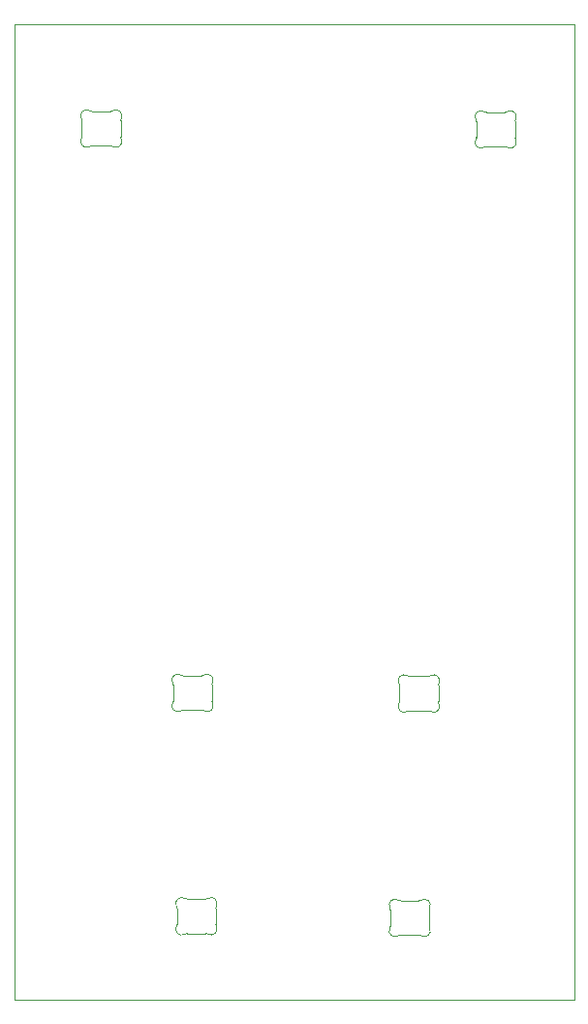
<source format=gbr>
%TF.GenerationSoftware,KiCad,Pcbnew,9.0.3*%
%TF.CreationDate,2026-01-29T20:12:38-03:00*%
%TF.ProjectId,hackpad,6861636b-7061-4642-9e6b-696361645f70,rev?*%
%TF.SameCoordinates,Original*%
%TF.FileFunction,Profile,NP*%
%FSLAX46Y46*%
G04 Gerber Fmt 4.6, Leading zero omitted, Abs format (unit mm)*
G04 Created by KiCad (PCBNEW 9.0.3) date 2026-01-29 20:12:38*
%MOMM*%
%LPD*%
G01*
G04 APERTURE LIST*
%TA.AperFunction,Profile*%
%ADD10C,0.050000*%
%TD*%
%TA.AperFunction,Profile*%
%ADD11C,0.100000*%
%TD*%
G04 APERTURE END LIST*
D10*
X127075000Y-51125000D02*
X176025000Y-51125000D01*
X176025000Y-136250000D01*
X127075000Y-136250000D01*
X127075000Y-51125000D01*
D11*
%TO.C,D1*%
X140950002Y-110200000D02*
X140950002Y-108794316D01*
X141855549Y-107997159D02*
X143444454Y-107997159D01*
X143444453Y-110997158D02*
X141855549Y-110997158D01*
X144350000Y-108794316D02*
X144350000Y-110200000D01*
X140900517Y-108577438D02*
G75*
G02*
X140950002Y-108794316I-450505J-216876D01*
G01*
X140900517Y-108577438D02*
G75*
G02*
X141603290Y-107928859I450515J216878D01*
G01*
X140950002Y-110200001D02*
G75*
G02*
X140900517Y-110416878I-499990J-1D01*
G01*
X141603290Y-111065455D02*
G75*
G02*
X140900517Y-110416878I-252258J431700D01*
G01*
X141603291Y-111065457D02*
G75*
G02*
X141855549Y-110997158I252261J-431710D01*
G01*
X141855548Y-107997158D02*
G75*
G02*
X141603290Y-107928859I3J500009D01*
G01*
X143444453Y-110997158D02*
G75*
G02*
X143696712Y-111065457I-3J-500012D01*
G01*
X143696712Y-107928860D02*
G75*
G02*
X143444454Y-107997160I-252262J431710D01*
G01*
X143696712Y-107928860D02*
G75*
G02*
X144399484Y-108577438I252258J-431700D01*
G01*
X144350000Y-108794315D02*
G75*
G02*
X144399479Y-108577435I500000J15D01*
G01*
X144399485Y-110416877D02*
G75*
G02*
X143696712Y-111065457I-450514J-216880D01*
G01*
X144399485Y-110416878D02*
G75*
G02*
X144350000Y-110200000I450515J216878D01*
G01*
%TO.C,D2*%
X160737502Y-110252800D02*
X160737502Y-108847116D01*
X161643049Y-108049959D02*
X163231954Y-108049959D01*
X163231953Y-111049958D02*
X161643049Y-111049958D01*
X164137500Y-108847116D02*
X164137500Y-110252800D01*
X160688017Y-108630238D02*
G75*
G02*
X160737502Y-108847116I-450505J-216876D01*
G01*
X160688017Y-108630238D02*
G75*
G02*
X161390790Y-107981659I450515J216878D01*
G01*
X160737502Y-110252801D02*
G75*
G02*
X160688017Y-110469678I-499990J-1D01*
G01*
X161390790Y-111118255D02*
G75*
G02*
X160688017Y-110469678I-252258J431700D01*
G01*
X161390791Y-111118257D02*
G75*
G02*
X161643049Y-111049958I252261J-431710D01*
G01*
X161643048Y-108049958D02*
G75*
G02*
X161390790Y-107981659I3J500009D01*
G01*
X163231953Y-111049958D02*
G75*
G02*
X163484212Y-111118257I-3J-500012D01*
G01*
X163484212Y-107981660D02*
G75*
G02*
X163231954Y-108049960I-252262J431710D01*
G01*
X163484212Y-107981660D02*
G75*
G02*
X164186984Y-108630238I252258J-431700D01*
G01*
X164137500Y-108847115D02*
G75*
G02*
X164186979Y-108630235I500000J15D01*
G01*
X164186985Y-110469677D02*
G75*
G02*
X163484212Y-111118257I-450514J-216880D01*
G01*
X164186985Y-110469678D02*
G75*
G02*
X164137500Y-110252800I450515J216878D01*
G01*
%TO.C,D6*%
X132975002Y-60927800D02*
X132975002Y-59522116D01*
X133880549Y-58724959D02*
X135469454Y-58724959D01*
X135469453Y-61724958D02*
X133880549Y-61724958D01*
X136375000Y-59522116D02*
X136375000Y-60927800D01*
X132925517Y-59305238D02*
G75*
G02*
X132975002Y-59522116I-450505J-216876D01*
G01*
X132925517Y-59305238D02*
G75*
G02*
X133628290Y-58656659I450515J216878D01*
G01*
X132975002Y-60927801D02*
G75*
G02*
X132925517Y-61144678I-499990J-1D01*
G01*
X133628290Y-61793255D02*
G75*
G02*
X132925517Y-61144678I-252258J431700D01*
G01*
X133628291Y-61793257D02*
G75*
G02*
X133880549Y-61724958I252261J-431710D01*
G01*
X133880548Y-58724958D02*
G75*
G02*
X133628290Y-58656659I3J500009D01*
G01*
X135469453Y-61724958D02*
G75*
G02*
X135721712Y-61793257I-3J-500012D01*
G01*
X135721712Y-58656660D02*
G75*
G02*
X135469454Y-58724960I-252262J431710D01*
G01*
X135721712Y-58656660D02*
G75*
G02*
X136424484Y-59305238I252258J-431700D01*
G01*
X136375000Y-59522115D02*
G75*
G02*
X136424479Y-59305235I500000J15D01*
G01*
X136424485Y-61144677D02*
G75*
G02*
X135721712Y-61793257I-450514J-216880D01*
G01*
X136424485Y-61144678D02*
G75*
G02*
X136375000Y-60927800I450515J216878D01*
G01*
%TO.C,D4*%
X159937502Y-129852800D02*
X159937502Y-128447116D01*
X160843049Y-127649959D02*
X162431954Y-127649959D01*
X162431953Y-130649958D02*
X160843049Y-130649958D01*
X163337500Y-128447116D02*
X163337500Y-129852800D01*
X159888017Y-128230238D02*
G75*
G02*
X159937502Y-128447116I-450505J-216876D01*
G01*
X159888017Y-128230238D02*
G75*
G02*
X160590790Y-127581659I450515J216878D01*
G01*
X159937502Y-129852801D02*
G75*
G02*
X159888017Y-130069678I-499990J-1D01*
G01*
X160590790Y-130718255D02*
G75*
G02*
X159888017Y-130069678I-252258J431700D01*
G01*
X160590791Y-130718257D02*
G75*
G02*
X160843049Y-130649958I252261J-431710D01*
G01*
X160843048Y-127649958D02*
G75*
G02*
X160590790Y-127581659I3J500009D01*
G01*
X162431953Y-130649958D02*
G75*
G02*
X162684212Y-130718257I-3J-500012D01*
G01*
X162684212Y-127581660D02*
G75*
G02*
X162431954Y-127649960I-252262J431710D01*
G01*
X162684212Y-127581660D02*
G75*
G02*
X163386984Y-128230238I252258J-431700D01*
G01*
X163337500Y-128447115D02*
G75*
G02*
X163386979Y-128230235I500000J15D01*
G01*
X163386985Y-130069677D02*
G75*
G02*
X162684212Y-130718257I-450514J-216880D01*
G01*
X163386985Y-130069678D02*
G75*
G02*
X163337500Y-129852800I450515J216878D01*
G01*
%TO.C,D5*%
X167450002Y-61002800D02*
X167450002Y-59597116D01*
X168355549Y-58799959D02*
X169944454Y-58799959D01*
X169944453Y-61799958D02*
X168355549Y-61799958D01*
X170850000Y-59597116D02*
X170850000Y-61002800D01*
X167400517Y-59380238D02*
G75*
G02*
X167450002Y-59597116I-450505J-216876D01*
G01*
X167400517Y-59380238D02*
G75*
G02*
X168103290Y-58731659I450515J216878D01*
G01*
X167450002Y-61002801D02*
G75*
G02*
X167400517Y-61219678I-499990J-1D01*
G01*
X168103290Y-61868255D02*
G75*
G02*
X167400517Y-61219678I-252258J431700D01*
G01*
X168103291Y-61868257D02*
G75*
G02*
X168355549Y-61799958I252261J-431710D01*
G01*
X168355548Y-58799958D02*
G75*
G02*
X168103290Y-58731659I3J500009D01*
G01*
X169944453Y-61799958D02*
G75*
G02*
X170196712Y-61868257I-3J-500012D01*
G01*
X170196712Y-58731660D02*
G75*
G02*
X169944454Y-58799960I-252262J431710D01*
G01*
X170196712Y-58731660D02*
G75*
G02*
X170899484Y-59380238I252258J-431700D01*
G01*
X170850000Y-59597115D02*
G75*
G02*
X170899479Y-59380235I500000J15D01*
G01*
X170899485Y-61219677D02*
G75*
G02*
X170196712Y-61868257I-450514J-216880D01*
G01*
X170899485Y-61219678D02*
G75*
G02*
X170850000Y-61002800I450515J216878D01*
G01*
%TO.C,D3*%
X141287502Y-129700000D02*
X141287502Y-128294316D01*
X142193049Y-127497159D02*
X143781954Y-127497159D01*
X143781953Y-130497158D02*
X142193049Y-130497158D01*
X144687500Y-128294316D02*
X144687500Y-129700000D01*
X141238017Y-128077438D02*
G75*
G02*
X141287502Y-128294316I-450505J-216876D01*
G01*
X141238017Y-128077438D02*
G75*
G02*
X141940790Y-127428859I450515J216878D01*
G01*
X141287502Y-129700001D02*
G75*
G02*
X141238017Y-129916878I-499990J-1D01*
G01*
X141940790Y-130565455D02*
G75*
G02*
X141238017Y-129916878I-252258J431700D01*
G01*
X141940791Y-130565457D02*
G75*
G02*
X142193049Y-130497158I252261J-431710D01*
G01*
X142193048Y-127497158D02*
G75*
G02*
X141940790Y-127428859I3J500009D01*
G01*
X143781953Y-130497158D02*
G75*
G02*
X144034212Y-130565457I-3J-500012D01*
G01*
X144034212Y-127428860D02*
G75*
G02*
X143781954Y-127497160I-252262J431710D01*
G01*
X144034212Y-127428860D02*
G75*
G02*
X144736984Y-128077438I252258J-431700D01*
G01*
X144687500Y-128294315D02*
G75*
G02*
X144736979Y-128077435I500000J15D01*
G01*
X144736985Y-129916877D02*
G75*
G02*
X144034212Y-130565457I-450514J-216880D01*
G01*
X144736985Y-129916878D02*
G75*
G02*
X144687500Y-129700000I450515J216878D01*
G01*
%TD*%
M02*

</source>
